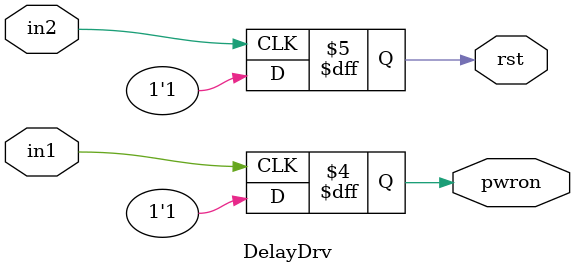
<source format=v>

module DelayDrv 
(
    //clock in
    input in1, //input clk for power on
	 input in2, //input clk for rst
	 
	 output reg pwron, 
	 output reg rst);
	 
	 initial begin
		rst <= 1'b0;
		pwron <= 1'b0;	 
	 end 
	 
	 always @(posedge in2) begin
		rst = 1'b1;
	 end
	 
	 always @(posedge in1) begin
		pwron <= 1'b1;
	 end
	 
endmodule

</source>
